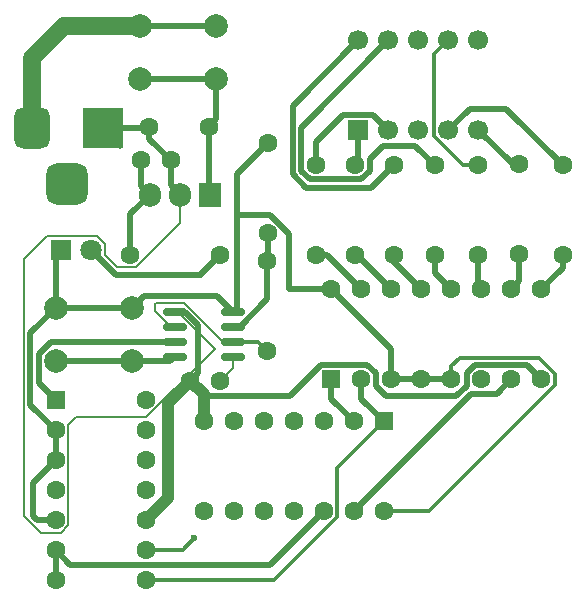
<source format=gbr>
%TF.GenerationSoftware,KiCad,Pcbnew,9.0.2*%
%TF.CreationDate,2025-11-09T02:01:15+01:00*%
%TF.ProjectId,digital_dice,64696769-7461-46c5-9f64-6963652e6b69,v1.0*%
%TF.SameCoordinates,Original*%
%TF.FileFunction,Copper,L1,Top*%
%TF.FilePolarity,Positive*%
%FSLAX46Y46*%
G04 Gerber Fmt 4.6, Leading zero omitted, Abs format (unit mm)*
G04 Created by KiCad (PCBNEW 9.0.2) date 2025-11-09 02:01:15*
%MOMM*%
%LPD*%
G01*
G04 APERTURE LIST*
G04 Aperture macros list*
%AMRoundRect*
0 Rectangle with rounded corners*
0 $1 Rounding radius*
0 $2 $3 $4 $5 $6 $7 $8 $9 X,Y pos of 4 corners*
0 Add a 4 corners polygon primitive as box body*
4,1,4,$2,$3,$4,$5,$6,$7,$8,$9,$2,$3,0*
0 Add four circle primitives for the rounded corners*
1,1,$1+$1,$2,$3*
1,1,$1+$1,$4,$5*
1,1,$1+$1,$6,$7*
1,1,$1+$1,$8,$9*
0 Add four rect primitives between the rounded corners*
20,1,$1+$1,$2,$3,$4,$5,0*
20,1,$1+$1,$4,$5,$6,$7,0*
20,1,$1+$1,$6,$7,$8,$9,0*
20,1,$1+$1,$8,$9,$2,$3,0*%
G04 Aperture macros list end*
%TA.AperFunction,ComponentPad*%
%ADD10C,1.600000*%
%TD*%
%TA.AperFunction,ComponentPad*%
%ADD11C,2.000000*%
%TD*%
%TA.AperFunction,ComponentPad*%
%ADD12RoundRect,0.250000X0.550000X-0.550000X0.550000X0.550000X-0.550000X0.550000X-0.550000X-0.550000X0*%
%TD*%
%TA.AperFunction,ComponentPad*%
%ADD13RoundRect,0.250000X-0.550000X-0.550000X0.550000X-0.550000X0.550000X0.550000X-0.550000X0.550000X0*%
%TD*%
%TA.AperFunction,ComponentPad*%
%ADD14R,3.500000X3.500000*%
%TD*%
%TA.AperFunction,ComponentPad*%
%ADD15RoundRect,0.750000X-0.750000X-1.000000X0.750000X-1.000000X0.750000X1.000000X-0.750000X1.000000X0*%
%TD*%
%TA.AperFunction,ComponentPad*%
%ADD16RoundRect,0.875000X-0.875000X-0.875000X0.875000X-0.875000X0.875000X0.875000X-0.875000X0.875000X0*%
%TD*%
%TA.AperFunction,ComponentPad*%
%ADD17RoundRect,0.250000X-0.550000X0.550000X-0.550000X-0.550000X0.550000X-0.550000X0.550000X0.550000X0*%
%TD*%
%TA.AperFunction,ComponentPad*%
%ADD18R,1.800000X1.800000*%
%TD*%
%TA.AperFunction,ComponentPad*%
%ADD19C,1.800000*%
%TD*%
%TA.AperFunction,ComponentPad*%
%ADD20R,1.700000X1.700000*%
%TD*%
%TA.AperFunction,ComponentPad*%
%ADD21C,1.700000*%
%TD*%
%TA.AperFunction,SMDPad,CuDef*%
%ADD22RoundRect,0.150000X-0.825000X-0.150000X0.825000X-0.150000X0.825000X0.150000X-0.825000X0.150000X0*%
%TD*%
%TA.AperFunction,ComponentPad*%
%ADD23R,1.905000X2.000000*%
%TD*%
%TA.AperFunction,ComponentPad*%
%ADD24O,1.905000X2.000000*%
%TD*%
%TA.AperFunction,ViaPad*%
%ADD25C,0.600000*%
%TD*%
%TA.AperFunction,Conductor*%
%ADD26C,0.500000*%
%TD*%
%TA.AperFunction,Conductor*%
%ADD27C,0.150000*%
%TD*%
%TA.AperFunction,Conductor*%
%ADD28C,1.000000*%
%TD*%
%TA.AperFunction,Conductor*%
%ADD29C,0.300000*%
%TD*%
%TA.AperFunction,Conductor*%
%ADD30C,1.500000*%
%TD*%
G04 APERTURE END LIST*
D10*
%TO.P,R3,1*%
%TO.N,Net-(U3-b)*%
X158459109Y-78308200D03*
%TO.P,R3,2*%
%TO.N,Net-(U4-B)*%
X158459109Y-70688200D03*
%TD*%
%TO.P,R2,1*%
%TO.N,Net-(D1-A)*%
X140298109Y-78282800D03*
%TO.P,R2,2*%
%TO.N,Net-(U5-VO)*%
X132678109Y-78282800D03*
%TD*%
%TO.P,C4,1*%
%TO.N,GND*%
X137747309Y-88976200D03*
%TO.P,C4,2*%
%TO.N,Net-(U1-CV)*%
X140247309Y-88976200D03*
%TD*%
D11*
%TO.P,SW2,1,A*%
%TO.N,Net-(SW2-A)*%
X133467909Y-58928000D03*
X139967909Y-58928000D03*
%TO.P,SW2,2,B*%
%TO.N,Net-(SW2-B)*%
X133467909Y-63428000D03*
X139967909Y-63428000D03*
%TD*%
D10*
%TO.P,R4,1*%
%TO.N,Net-(U3-c)*%
X162142109Y-78308200D03*
%TO.P,R4,2*%
%TO.N,Net-(U4-C)*%
X162142109Y-70688200D03*
%TD*%
%TO.P,R10,1*%
%TO.N,Net-(D1-K)*%
X144311309Y-68859400D03*
%TO.P,R10,2*%
%TO.N,Net-(U1-DIS)*%
X144311309Y-76479400D03*
%TD*%
D12*
%TO.P,U3,1,B*%
%TO.N,Net-(U2-Q1)*%
X149696109Y-88849200D03*
D10*
%TO.P,U3,2,C*%
%TO.N,Net-(U2-Q2)*%
X152236109Y-88849200D03*
%TO.P,U3,3,LT*%
%TO.N,Net-(D1-K)*%
X154776109Y-88849200D03*
%TO.P,U3,4,BI*%
X157316109Y-88849200D03*
%TO.P,U3,5,RBI*%
X159856109Y-88849200D03*
%TO.P,U3,6,D*%
%TO.N,Net-(U2-Q3)*%
X162396109Y-88849200D03*
%TO.P,U3,7,A*%
%TO.N,Net-(U2-Q0)*%
X164936109Y-88849200D03*
%TO.P,U3,8,GND*%
%TO.N,GND*%
X167476109Y-88849200D03*
%TO.P,U3,9,e*%
%TO.N,Net-(U3-e)*%
X167476109Y-81229200D03*
%TO.P,U3,10,d*%
%TO.N,Net-(U3-d)*%
X164936109Y-81229200D03*
%TO.P,U3,11,c*%
%TO.N,Net-(U3-c)*%
X162396109Y-81229200D03*
%TO.P,U3,12,b*%
%TO.N,Net-(U3-b)*%
X159856109Y-81229200D03*
%TO.P,U3,13,a*%
%TO.N,Net-(U3-a)*%
X157316109Y-81229200D03*
%TO.P,U3,14,g*%
%TO.N,Net-(U3-g)*%
X154776109Y-81229200D03*
%TO.P,U3,15,f*%
%TO.N,Net-(U3-f)*%
X152236109Y-81229200D03*
%TO.P,U3,16,VCC*%
%TO.N,Net-(D1-K)*%
X149696109Y-81229200D03*
%TD*%
%TO.P,C5,1*%
%TO.N,GND*%
X134292909Y-67462400D03*
%TO.P,C5,2*%
%TO.N,Net-(SW2-B)*%
X139292909Y-67462400D03*
%TD*%
D13*
%TO.P,U2,1,CP1..3*%
%TO.N,Net-(U1-Q)*%
X126353509Y-90601800D03*
D10*
%TO.P,U2,2,R0(1)*%
%TO.N,Net-(D1-K)*%
X126353509Y-93141800D03*
%TO.P,U2,3,R0(2)*%
X126353509Y-95681800D03*
%TO.P,U2,4*%
%TO.N,N/C*%
X126353509Y-98221800D03*
%TO.P,U2,5,VCC*%
%TO.N,Net-(D1-K)*%
X126353509Y-100761800D03*
%TO.P,U2,6,R9(1)*%
%TO.N,Net-(U2-R9(1))*%
X126353509Y-103301800D03*
%TO.P,U2,7,R9(2)*%
X126353509Y-105841800D03*
%TO.P,U2,8,Q2*%
%TO.N,Net-(U2-Q2)*%
X133973509Y-105841800D03*
%TO.P,U2,9,Q1*%
%TO.N,Net-(U2-Q1)*%
X133973509Y-103301800D03*
%TO.P,U2,10,GND*%
%TO.N,GND*%
X133973509Y-100761800D03*
%TO.P,U2,11,Q3*%
%TO.N,Net-(U2-Q3)*%
X133973509Y-98221800D03*
%TO.P,U2,12,Q0*%
%TO.N,Net-(U2-Q0)*%
X133973509Y-95681800D03*
%TO.P,U2,13*%
%TO.N,N/C*%
X133973509Y-93141800D03*
%TO.P,U2,14,CP0*%
%TO.N,unconnected-(U2-CP0-Pad14)*%
X133973509Y-90601800D03*
%TD*%
D14*
%TO.P,J1,1*%
%TO.N,GND*%
X130321509Y-67589400D03*
D15*
%TO.P,J1,2*%
%TO.N,Net-(SW2-A)*%
X124321509Y-67589400D03*
D16*
%TO.P,J1,3*%
%TO.N,N/C*%
X127321509Y-72289400D03*
%TD*%
D10*
%TO.P,R6,1*%
%TO.N,Net-(U3-d)*%
X165621909Y-78257400D03*
%TO.P,R6,2*%
%TO.N,Net-(U4-D)*%
X165621909Y-70637400D03*
%TD*%
%TO.P,R5,1*%
%TO.N,Net-(U3-a)*%
X155004709Y-78308200D03*
%TO.P,R5,2*%
%TO.N,Net-(U4-A)*%
X155004709Y-70688200D03*
%TD*%
D17*
%TO.P,U6,1*%
%TO.N,Net-(U2-Q2)*%
X154110709Y-92405200D03*
D10*
%TO.P,U6,2*%
%TO.N,Net-(U2-Q1)*%
X151570709Y-92405200D03*
%TO.P,U6,3*%
%TO.N,N/C*%
X149030709Y-92405200D03*
%TO.P,U6,4*%
X146490709Y-92405200D03*
%TO.P,U6,5*%
X143950709Y-92405200D03*
%TO.P,U6,6*%
X141410709Y-92405200D03*
%TO.P,U6,7,GND*%
%TO.N,GND*%
X138870709Y-92405200D03*
%TO.P,U6,8*%
%TO.N,N/C*%
X138870709Y-100025200D03*
%TO.P,U6,9*%
X141410709Y-100025200D03*
%TO.P,U6,10*%
X143950709Y-100025200D03*
%TO.P,U6,11*%
X146490709Y-100025200D03*
%TO.P,U6,12*%
%TO.N,Net-(U2-R9(1))*%
X149030709Y-100025200D03*
%TO.P,U6,13*%
%TO.N,Net-(U2-Q0)*%
X151570709Y-100025200D03*
%TO.P,U6,14,VCC*%
%TO.N,Net-(D1-K)*%
X154110709Y-100025200D03*
%TD*%
D18*
%TO.P,D1,1,K*%
%TO.N,Net-(D1-K)*%
X126810709Y-77901800D03*
D19*
%TO.P,D1,2,A*%
%TO.N,Net-(D1-A)*%
X129350709Y-77901800D03*
%TD*%
D10*
%TO.P,R9,1*%
%TO.N,Net-(U3-g)*%
X151677309Y-78282800D03*
%TO.P,R9,2*%
%TO.N,Net-(U4-G)*%
X151677309Y-70662800D03*
%TD*%
%TO.P,R7,1*%
%TO.N,Net-(U3-e)*%
X169279509Y-78308200D03*
%TO.P,R7,2*%
%TO.N,Net-(U4-E)*%
X169279509Y-70688200D03*
%TD*%
%TO.P,C3,1*%
%TO.N,GND*%
X136081709Y-70281800D03*
%TO.P,C3,2*%
%TO.N,Net-(U5-VO)*%
X133581709Y-70281800D03*
%TD*%
%TO.P,R8,1*%
%TO.N,Net-(U3-f)*%
X148375309Y-78282800D03*
%TO.P,R8,2*%
%TO.N,Net-(U4-F)*%
X148375309Y-70662800D03*
%TD*%
%TO.P,R1,1*%
%TO.N,Net-(U1-DIS)*%
X144285909Y-78816200D03*
%TO.P,R1,2*%
%TO.N,Net-(U1-THR)*%
X144285909Y-86436200D03*
%TD*%
D20*
%TO.P,U4,1,G*%
%TO.N,Net-(U4-G)*%
X151982109Y-67741800D03*
D21*
%TO.P,U4,2,F*%
%TO.N,Net-(U4-F)*%
X154522109Y-67741800D03*
%TO.P,U4,3,CC*%
%TO.N,unconnected-(U4-CC-Pad3)*%
X157062109Y-67741800D03*
%TO.P,U4,4,E*%
%TO.N,Net-(U4-E)*%
X159602109Y-67741800D03*
%TO.P,U4,5,D*%
%TO.N,Net-(U4-D)*%
X162142109Y-67741800D03*
%TO.P,U4,6,DP*%
%TO.N,unconnected-(U4-DP-Pad6)*%
X162142109Y-60121800D03*
%TO.P,U4,7,C*%
%TO.N,Net-(U4-C)*%
X159602109Y-60121800D03*
%TO.P,U4,8,CC*%
%TO.N,unconnected-(U4-CC-Pad8)*%
X157062109Y-60121800D03*
%TO.P,U4,9,B*%
%TO.N,Net-(U4-B)*%
X154522109Y-60121800D03*
%TO.P,U4,10,A*%
%TO.N,Net-(U4-A)*%
X151982109Y-60121800D03*
%TD*%
D22*
%TO.P,U1,1,GND*%
%TO.N,GND*%
X136426109Y-83134200D03*
%TO.P,U1,2,TR*%
%TO.N,Net-(U1-THR)*%
X136426109Y-84404200D03*
%TO.P,U1,3,Q*%
%TO.N,Net-(U1-Q)*%
X136426109Y-85674200D03*
%TO.P,U1,4,R*%
%TO.N,Net-(SW1-B)*%
X136426109Y-86944200D03*
%TO.P,U1,5,CV*%
%TO.N,Net-(U1-CV)*%
X141376109Y-86944200D03*
%TO.P,U1,6,THR*%
%TO.N,Net-(U1-THR)*%
X141376109Y-85674200D03*
%TO.P,U1,7,DIS*%
%TO.N,Net-(U1-DIS)*%
X141376109Y-84404200D03*
%TO.P,U1,8,VCC*%
%TO.N,Net-(D1-K)*%
X141376109Y-83134200D03*
%TD*%
D23*
%TO.P,U5,1,VI*%
%TO.N,Net-(SW2-B)*%
X139409109Y-73192600D03*
D24*
%TO.P,U5,2,GND*%
%TO.N,GND*%
X136869109Y-73192600D03*
%TO.P,U5,3,VO*%
%TO.N,Net-(U5-VO)*%
X134329109Y-73192600D03*
%TD*%
D11*
%TO.P,SW1,1,A*%
%TO.N,Net-(D1-K)*%
X126355909Y-82804000D03*
X132855909Y-82804000D03*
%TO.P,SW1,2,B*%
%TO.N,Net-(SW1-B)*%
X126355909Y-87304000D03*
X132855909Y-87304000D03*
%TD*%
D25*
%TO.N,Net-(U2-Q1)*%
X138088309Y-102311200D03*
%TD*%
D26*
%TO.N,Net-(U5-VO)*%
X132678109Y-78282800D02*
X132678109Y-74843600D01*
X133581709Y-70281800D02*
X133581709Y-72445200D01*
X133581709Y-72445200D02*
X134329109Y-73192600D01*
X132678109Y-74843600D02*
X134329109Y-73192600D01*
D27*
%TO.N,GND*%
X136426109Y-83134200D02*
X137401108Y-83134200D01*
D26*
X146219817Y-90227200D02*
X138998309Y-90227200D01*
X153487109Y-88331018D02*
X152754291Y-87598200D01*
D27*
X136426109Y-83134200D02*
X136737721Y-83134200D01*
D26*
X136869109Y-73192600D02*
X136771909Y-73192600D01*
D27*
X128059815Y-92065800D02*
X127429509Y-92696106D01*
D28*
X138870709Y-92405200D02*
X138870709Y-90099600D01*
D26*
X138998309Y-90227200D02*
X138870709Y-90099600D01*
D27*
X129837825Y-76725800D02*
X130526709Y-77414684D01*
X130526709Y-77414684D02*
X130526709Y-78333924D01*
D26*
X131820109Y-69088000D02*
X130321509Y-67589400D01*
D28*
X138870709Y-90099600D02*
X137747309Y-88976200D01*
D26*
X134292909Y-67462400D02*
X134292909Y-68493000D01*
D27*
X125085433Y-101837800D02*
X123677909Y-100430276D01*
D26*
X137268233Y-83134200D02*
X136426109Y-83134200D01*
X153487109Y-89367382D02*
X153487109Y-88331018D01*
D27*
X134038121Y-92065800D02*
X128059815Y-92065800D01*
D26*
X133962709Y-67792600D02*
X134292909Y-67462400D01*
D27*
X131551585Y-79358800D02*
X133123803Y-79358800D01*
D26*
X148848817Y-87598200D02*
X146219817Y-90227200D01*
X154359963Y-90240236D02*
X153487109Y-89367382D01*
D27*
X123677909Y-78682600D02*
X125634709Y-76725800D01*
X136869109Y-75613494D02*
X136869109Y-73192600D01*
X125634709Y-76725800D02*
X129837825Y-76725800D01*
D26*
X137747309Y-88976200D02*
X138393109Y-88330400D01*
X161145109Y-88331018D02*
X161145109Y-89367382D01*
X161877927Y-87598200D02*
X161145109Y-88331018D01*
X138393109Y-84259076D02*
X137268233Y-83134200D01*
X152754291Y-87598200D02*
X148848817Y-87598200D01*
D27*
X137986709Y-88736800D02*
X137747309Y-88976200D01*
D26*
X136081709Y-72405200D02*
X136869109Y-73192600D01*
X130321509Y-67589400D02*
X134165909Y-67589400D01*
X134165909Y-67589400D02*
X134292909Y-67462400D01*
D27*
X136737721Y-83134200D02*
X139853721Y-86250200D01*
D26*
X167476109Y-88849200D02*
X166225109Y-87598200D01*
D28*
X135853109Y-90870400D02*
X137747309Y-88976200D01*
D26*
X130448509Y-67462400D02*
X130321509Y-67589400D01*
D27*
X127429509Y-92696106D02*
X127429509Y-101207494D01*
X123677909Y-100430276D02*
X123677909Y-78682600D01*
D26*
X160272255Y-90240236D02*
X154359963Y-90240236D01*
X136081709Y-70281800D02*
X136081709Y-72405200D01*
D27*
X127429509Y-101207494D02*
X126799203Y-101837800D01*
D26*
X138393109Y-88330400D02*
X138393109Y-84259076D01*
D27*
X133123803Y-79358800D02*
X136869109Y-75613494D01*
D28*
X135853109Y-98882200D02*
X135853109Y-90870400D01*
D26*
X161145109Y-89367382D02*
X160272255Y-90240236D01*
D27*
X139853721Y-86250200D02*
X134038121Y-92065800D01*
D26*
X166225109Y-87598200D02*
X161877927Y-87598200D01*
D28*
X133973509Y-100761800D02*
X135853109Y-98882200D01*
D27*
X126799203Y-101837800D02*
X125085433Y-101837800D01*
D26*
X134292909Y-68493000D02*
X136081709Y-70281800D01*
D27*
X130526709Y-78333924D02*
X131551585Y-79358800D01*
%TO.N,Net-(U1-CV)*%
X140247309Y-88976200D02*
X141376109Y-87847400D01*
X141376109Y-87847400D02*
X141376109Y-86944200D01*
D26*
%TO.N,Net-(SW2-B)*%
X139967909Y-63428000D02*
X139967909Y-66787400D01*
X139292909Y-73076400D02*
X139409109Y-73192600D01*
X133467909Y-63428000D02*
X139967909Y-63428000D01*
X139967909Y-66787400D02*
X139292909Y-67462400D01*
X139292909Y-67462400D02*
X139292909Y-73076400D01*
X139409109Y-67578600D02*
X139292909Y-67462400D01*
%TO.N,Net-(D1-K)*%
X149696109Y-81229200D02*
X154776109Y-86309200D01*
X144311309Y-68859400D02*
X141676109Y-71494600D01*
D29*
X154110709Y-100025200D02*
X157927869Y-100025200D01*
X168627109Y-88372440D02*
X167251869Y-86997200D01*
X157927869Y-100025200D02*
X168627109Y-89325960D01*
D26*
X126355909Y-82804000D02*
X132855909Y-82804000D01*
X124203909Y-90992200D02*
X126353509Y-93141800D01*
X124397709Y-100406200D02*
X124753309Y-100761800D01*
X124203909Y-84956000D02*
X124203909Y-90992200D01*
D29*
X167251869Y-86997200D02*
X160576739Y-86997200D01*
D26*
X149696109Y-81229200D02*
X146137709Y-81229200D01*
X126353509Y-95681800D02*
X124397709Y-97637600D01*
X141676109Y-82834200D02*
X141376109Y-83134200D01*
D29*
X168627109Y-89325960D02*
X168627109Y-88372440D01*
D26*
X154776109Y-88849200D02*
X159856109Y-88849200D01*
X133855909Y-81804000D02*
X140045909Y-81804000D01*
X154776109Y-86309200D02*
X154776109Y-88849200D01*
X146137709Y-76536618D02*
X144531091Y-74930000D01*
D29*
X160576739Y-86997200D02*
X159856109Y-87717830D01*
D26*
X126353509Y-95681800D02*
X126353509Y-93141800D01*
X141676109Y-71494600D02*
X141676109Y-74930000D01*
D29*
X159856109Y-87717830D02*
X159856109Y-88849200D01*
D26*
X126355909Y-82804000D02*
X126355909Y-78356600D01*
X140045909Y-81804000D02*
X141376109Y-83134200D01*
X141676109Y-74930000D02*
X141676109Y-82834200D01*
X126355909Y-82804000D02*
X124203909Y-84956000D01*
X144531091Y-74930000D02*
X141676109Y-74930000D01*
X126355909Y-78356600D02*
X126810709Y-77901800D01*
X124753309Y-100761800D02*
X126353509Y-100761800D01*
X124397709Y-97637600D02*
X124397709Y-100406200D01*
X146137709Y-81229200D02*
X146137709Y-76536618D01*
X132855909Y-82804000D02*
X133855909Y-81804000D01*
%TO.N,Net-(D1-A)*%
X138621709Y-80035400D02*
X138621709Y-79959200D01*
X138621709Y-79959200D02*
X140298109Y-78282800D01*
X131484309Y-80035400D02*
X138621709Y-80035400D01*
X129350709Y-77901800D02*
X131484309Y-80035400D01*
%TO.N,Net-(SW2-A)*%
X133467909Y-58928000D02*
X139967909Y-58928000D01*
D30*
X124321509Y-61671200D02*
X127064709Y-58928000D01*
X124321509Y-67589400D02*
X124321509Y-61671200D01*
X127064709Y-58928000D02*
X133467909Y-58928000D01*
D29*
%TO.N,Net-(U1-THR)*%
X143523909Y-85674200D02*
X141376109Y-85674200D01*
X144285909Y-86436200D02*
X143523909Y-85674200D01*
D27*
X136114497Y-84404200D02*
X134760909Y-83050612D01*
X134837109Y-82346800D02*
X137224709Y-82346800D01*
X134760909Y-83050612D02*
X134760909Y-82423000D01*
X134760909Y-82423000D02*
X134837109Y-82346800D01*
X140552109Y-85674200D02*
X141376109Y-85674200D01*
X137224709Y-82346800D02*
X140552109Y-85674200D01*
X136426109Y-84404200D02*
X136114497Y-84404200D01*
D26*
%TO.N,Net-(U1-DIS)*%
X144311309Y-76479400D02*
X144311309Y-78790800D01*
X141935209Y-84404200D02*
X141376109Y-84404200D01*
X144285909Y-78816200D02*
X144285909Y-82053500D01*
X144311309Y-78790800D02*
X144285909Y-78816200D01*
X144285909Y-82053500D02*
X141935209Y-84404200D01*
%TO.N,Net-(U4-B)*%
X147124309Y-71180982D02*
X147124309Y-67519600D01*
X147857127Y-71913800D02*
X147124309Y-71180982D01*
X152928309Y-70144618D02*
X152928309Y-71180982D01*
X154030127Y-69042800D02*
X152928309Y-70144618D01*
X147124309Y-67519600D02*
X154522109Y-60121800D01*
X152195491Y-71913800D02*
X147857127Y-71913800D01*
X156813709Y-69042800D02*
X154030127Y-69042800D01*
X158459109Y-70688200D02*
X156813709Y-69042800D01*
X152928309Y-71180982D02*
X152195491Y-71913800D01*
%TO.N,Net-(U3-b)*%
X158459109Y-78308200D02*
X158459109Y-79832200D01*
X158459109Y-79832200D02*
X159856109Y-81229200D01*
%TO.N,Net-(U3-c)*%
X162142109Y-78308200D02*
X162142109Y-80975200D01*
X162142109Y-80975200D02*
X162396109Y-81229200D01*
D29*
%TO.N,Net-(U4-C)*%
X162142109Y-70688200D02*
X160850038Y-70688200D01*
X158401109Y-68239271D02*
X158401109Y-61322800D01*
X160850038Y-70688200D02*
X158401109Y-68239271D01*
X158401109Y-61322800D02*
X159602109Y-60121800D01*
D26*
%TO.N,Net-(U4-A)*%
X155004709Y-70688200D02*
X153078109Y-72614800D01*
X146423309Y-65680600D02*
X151982109Y-60121800D01*
X146423309Y-71471346D02*
X146423309Y-65680600D01*
X147566763Y-72614800D02*
X146423309Y-71471346D01*
X153078109Y-72614800D02*
X147566763Y-72614800D01*
%TO.N,Net-(U3-a)*%
X155004709Y-78917800D02*
X157316109Y-81229200D01*
X155004709Y-78308200D02*
X155004709Y-78917800D01*
%TO.N,Net-(U4-D)*%
X165621909Y-70637400D02*
X165037709Y-70637400D01*
X165037709Y-70637400D02*
X162142109Y-67741800D01*
%TO.N,Net-(U3-d)*%
X165621909Y-78257400D02*
X165621909Y-80543400D01*
X165621909Y-80543400D02*
X164936109Y-81229200D01*
%TO.N,Net-(U3-e)*%
X169279509Y-78308200D02*
X169279509Y-79425800D01*
X169279509Y-79425800D02*
X167476109Y-81229200D01*
%TO.N,Net-(U4-E)*%
X164504309Y-65913000D02*
X169279509Y-70688200D01*
X161430909Y-65913000D02*
X164504309Y-65913000D01*
X159602109Y-67741800D02*
X161430909Y-65913000D01*
%TO.N,Net-(U4-F)*%
X148375309Y-68746600D02*
X148375309Y-70662800D01*
X150681109Y-66440800D02*
X148375309Y-68746600D01*
X154522109Y-67741800D02*
X153221109Y-66440800D01*
X153221109Y-66440800D02*
X150681109Y-66440800D01*
%TO.N,Net-(U3-f)*%
X148375309Y-78282800D02*
X149289709Y-78282800D01*
X149289709Y-78282800D02*
X152236109Y-81229200D01*
%TO.N,Net-(U3-g)*%
X151829709Y-78282800D02*
X154776109Y-81229200D01*
X151677309Y-78282800D02*
X151829709Y-78282800D01*
%TO.N,Net-(U4-G)*%
X151982109Y-70358000D02*
X151677309Y-70662800D01*
X151982109Y-67741800D02*
X151982109Y-70358000D01*
%TO.N,Net-(SW1-B)*%
X132855909Y-87304000D02*
X136066309Y-87304000D01*
X126355909Y-87304000D02*
X132855909Y-87304000D01*
X136066309Y-87304000D02*
X136426109Y-86944200D01*
%TO.N,Net-(U1-Q)*%
X124904909Y-86702976D02*
X125933685Y-85674200D01*
X125933685Y-85674200D02*
X136426109Y-85674200D01*
X126353509Y-90601800D02*
X124904909Y-89153200D01*
X124904909Y-89153200D02*
X124904909Y-86702976D01*
%TO.N,Net-(U2-Q2)*%
X152236109Y-90530600D02*
X154110709Y-92405200D01*
D29*
X154110709Y-92405200D02*
X150181709Y-96334200D01*
X150181709Y-96334200D02*
X150181709Y-100501960D01*
X144841869Y-105841800D02*
X133973509Y-105841800D01*
X150181709Y-100501960D02*
X144841869Y-105841800D01*
D26*
X152236109Y-88849200D02*
X152236109Y-90530600D01*
%TO.N,Net-(U2-R9(1))*%
X144503109Y-104552800D02*
X149030709Y-100025200D01*
X127604509Y-104552800D02*
X144503109Y-104552800D01*
X126353509Y-103301800D02*
X126353509Y-105841800D01*
X126353509Y-103301800D02*
X127604509Y-104552800D01*
%TO.N,Net-(U2-Q1)*%
X149696109Y-90530600D02*
X151570709Y-92405200D01*
D29*
X137097709Y-103301800D02*
X138088309Y-102311200D01*
X133973509Y-103301800D02*
X137097709Y-103301800D01*
D26*
X149696109Y-88849200D02*
X149696109Y-90530600D01*
%TO.N,Net-(U2-Q0)*%
X161495709Y-90100200D02*
X163685109Y-90100200D01*
X163685109Y-90100200D02*
X164936109Y-88849200D01*
X151570709Y-100025200D02*
X161495709Y-90100200D01*
%TD*%
M02*

</source>
